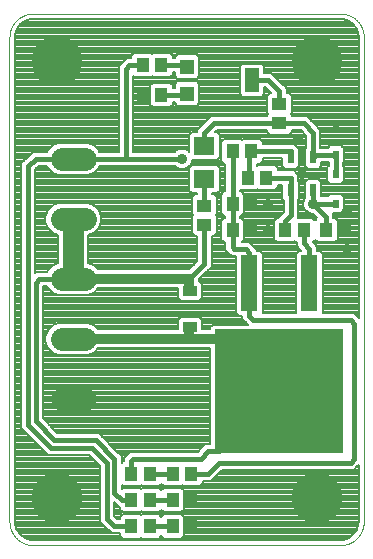
<source format=gtl>
G75*
%MOIN*%
%OFA0B0*%
%FSLAX25Y25*%
%IPPOS*%
%LPD*%
%AMOC8*
5,1,8,0,0,1.08239X$1,22.5*
%
%ADD10C,0.00394*%
%ADD11R,0.05118X0.04331*%
%ADD12R,0.04331X0.05118*%
%ADD13R,0.07087X0.06299*%
%ADD14C,0.07677*%
%ADD15R,0.05709X0.18504*%
%ADD16R,0.42913X0.41339*%
%ADD17R,0.02362X0.04331*%
%ADD18R,0.05118X0.05118*%
%ADD19R,0.05118X0.07874*%
%ADD20R,0.02362X0.03150*%
%ADD21R,0.04724X0.03543*%
%ADD22C,0.03200*%
%ADD23C,0.02400*%
%ADD24C,0.01600*%
%ADD25C,0.07000*%
%ADD26C,0.00787*%
%ADD27C,0.03562*%
%ADD28C,0.16992*%
D10*
X0033230Y0040429D02*
X0033230Y0201846D01*
X0033232Y0202036D01*
X0033239Y0202226D01*
X0033251Y0202416D01*
X0033267Y0202606D01*
X0033287Y0202795D01*
X0033313Y0202984D01*
X0033342Y0203172D01*
X0033377Y0203359D01*
X0033416Y0203545D01*
X0033459Y0203730D01*
X0033507Y0203915D01*
X0033559Y0204098D01*
X0033615Y0204279D01*
X0033676Y0204459D01*
X0033742Y0204638D01*
X0033811Y0204815D01*
X0033885Y0204991D01*
X0033963Y0205164D01*
X0034046Y0205336D01*
X0034132Y0205505D01*
X0034222Y0205673D01*
X0034317Y0205838D01*
X0034415Y0206001D01*
X0034518Y0206161D01*
X0034624Y0206319D01*
X0034734Y0206474D01*
X0034847Y0206627D01*
X0034965Y0206777D01*
X0035086Y0206923D01*
X0035210Y0207067D01*
X0035338Y0207208D01*
X0035469Y0207346D01*
X0035604Y0207481D01*
X0035742Y0207612D01*
X0035883Y0207740D01*
X0036027Y0207864D01*
X0036173Y0207985D01*
X0036323Y0208103D01*
X0036476Y0208216D01*
X0036631Y0208326D01*
X0036789Y0208432D01*
X0036949Y0208535D01*
X0037112Y0208633D01*
X0037277Y0208728D01*
X0037445Y0208818D01*
X0037614Y0208904D01*
X0037786Y0208987D01*
X0037959Y0209065D01*
X0038135Y0209139D01*
X0038312Y0209208D01*
X0038491Y0209274D01*
X0038671Y0209335D01*
X0038852Y0209391D01*
X0039035Y0209443D01*
X0039220Y0209491D01*
X0039405Y0209534D01*
X0039591Y0209573D01*
X0039778Y0209608D01*
X0039966Y0209637D01*
X0040155Y0209663D01*
X0040344Y0209683D01*
X0040534Y0209699D01*
X0040724Y0209711D01*
X0040914Y0209718D01*
X0041104Y0209720D01*
X0143466Y0209720D01*
X0143656Y0209718D01*
X0143846Y0209711D01*
X0144036Y0209699D01*
X0144226Y0209683D01*
X0144415Y0209663D01*
X0144604Y0209637D01*
X0144792Y0209608D01*
X0144979Y0209573D01*
X0145165Y0209534D01*
X0145350Y0209491D01*
X0145535Y0209443D01*
X0145718Y0209391D01*
X0145899Y0209335D01*
X0146079Y0209274D01*
X0146258Y0209208D01*
X0146435Y0209139D01*
X0146611Y0209065D01*
X0146784Y0208987D01*
X0146956Y0208904D01*
X0147125Y0208818D01*
X0147293Y0208728D01*
X0147458Y0208633D01*
X0147621Y0208535D01*
X0147781Y0208432D01*
X0147939Y0208326D01*
X0148094Y0208216D01*
X0148247Y0208103D01*
X0148397Y0207985D01*
X0148543Y0207864D01*
X0148687Y0207740D01*
X0148828Y0207612D01*
X0148966Y0207481D01*
X0149101Y0207346D01*
X0149232Y0207208D01*
X0149360Y0207067D01*
X0149484Y0206923D01*
X0149605Y0206777D01*
X0149723Y0206627D01*
X0149836Y0206474D01*
X0149946Y0206319D01*
X0150052Y0206161D01*
X0150155Y0206001D01*
X0150253Y0205838D01*
X0150348Y0205673D01*
X0150438Y0205505D01*
X0150524Y0205336D01*
X0150607Y0205164D01*
X0150685Y0204991D01*
X0150759Y0204815D01*
X0150828Y0204638D01*
X0150894Y0204459D01*
X0150955Y0204279D01*
X0151011Y0204098D01*
X0151063Y0203915D01*
X0151111Y0203730D01*
X0151154Y0203545D01*
X0151193Y0203359D01*
X0151228Y0203172D01*
X0151257Y0202984D01*
X0151283Y0202795D01*
X0151303Y0202606D01*
X0151319Y0202416D01*
X0151331Y0202226D01*
X0151338Y0202036D01*
X0151340Y0201846D01*
X0151340Y0040429D01*
X0151338Y0040239D01*
X0151331Y0040049D01*
X0151319Y0039859D01*
X0151303Y0039669D01*
X0151283Y0039480D01*
X0151257Y0039291D01*
X0151228Y0039103D01*
X0151193Y0038916D01*
X0151154Y0038730D01*
X0151111Y0038545D01*
X0151063Y0038360D01*
X0151011Y0038177D01*
X0150955Y0037996D01*
X0150894Y0037816D01*
X0150828Y0037637D01*
X0150759Y0037460D01*
X0150685Y0037284D01*
X0150607Y0037111D01*
X0150524Y0036939D01*
X0150438Y0036770D01*
X0150348Y0036602D01*
X0150253Y0036437D01*
X0150155Y0036274D01*
X0150052Y0036114D01*
X0149946Y0035956D01*
X0149836Y0035801D01*
X0149723Y0035648D01*
X0149605Y0035498D01*
X0149484Y0035352D01*
X0149360Y0035208D01*
X0149232Y0035067D01*
X0149101Y0034929D01*
X0148966Y0034794D01*
X0148828Y0034663D01*
X0148687Y0034535D01*
X0148543Y0034411D01*
X0148397Y0034290D01*
X0148247Y0034172D01*
X0148094Y0034059D01*
X0147939Y0033949D01*
X0147781Y0033843D01*
X0147621Y0033740D01*
X0147458Y0033642D01*
X0147293Y0033547D01*
X0147125Y0033457D01*
X0146956Y0033371D01*
X0146784Y0033288D01*
X0146611Y0033210D01*
X0146435Y0033136D01*
X0146258Y0033067D01*
X0146079Y0033001D01*
X0145899Y0032940D01*
X0145718Y0032884D01*
X0145535Y0032832D01*
X0145350Y0032784D01*
X0145165Y0032741D01*
X0144979Y0032702D01*
X0144792Y0032667D01*
X0144604Y0032638D01*
X0144415Y0032612D01*
X0144226Y0032592D01*
X0144036Y0032576D01*
X0143846Y0032564D01*
X0143656Y0032557D01*
X0143466Y0032555D01*
X0041104Y0032555D01*
X0040914Y0032557D01*
X0040724Y0032564D01*
X0040534Y0032576D01*
X0040344Y0032592D01*
X0040155Y0032612D01*
X0039966Y0032638D01*
X0039778Y0032667D01*
X0039591Y0032702D01*
X0039405Y0032741D01*
X0039220Y0032784D01*
X0039035Y0032832D01*
X0038852Y0032884D01*
X0038671Y0032940D01*
X0038491Y0033001D01*
X0038312Y0033067D01*
X0038135Y0033136D01*
X0037959Y0033210D01*
X0037786Y0033288D01*
X0037614Y0033371D01*
X0037445Y0033457D01*
X0037277Y0033547D01*
X0037112Y0033642D01*
X0036949Y0033740D01*
X0036789Y0033843D01*
X0036631Y0033949D01*
X0036476Y0034059D01*
X0036323Y0034172D01*
X0036173Y0034290D01*
X0036027Y0034411D01*
X0035883Y0034535D01*
X0035742Y0034663D01*
X0035604Y0034794D01*
X0035469Y0034929D01*
X0035338Y0035067D01*
X0035210Y0035208D01*
X0035086Y0035352D01*
X0034965Y0035498D01*
X0034847Y0035648D01*
X0034734Y0035801D01*
X0034624Y0035956D01*
X0034518Y0036114D01*
X0034415Y0036274D01*
X0034317Y0036437D01*
X0034222Y0036602D01*
X0034132Y0036770D01*
X0034046Y0036939D01*
X0033963Y0037111D01*
X0033885Y0037284D01*
X0033811Y0037460D01*
X0033742Y0037637D01*
X0033676Y0037816D01*
X0033615Y0037996D01*
X0033559Y0038177D01*
X0033507Y0038360D01*
X0033459Y0038545D01*
X0033416Y0038730D01*
X0033377Y0038916D01*
X0033342Y0039103D01*
X0033313Y0039291D01*
X0033287Y0039480D01*
X0033267Y0039669D01*
X0033251Y0039859D01*
X0033239Y0040049D01*
X0033232Y0040239D01*
X0033230Y0040429D01*
D11*
X0098230Y0139406D03*
X0098230Y0145705D03*
X0123230Y0173156D03*
X0123230Y0179455D03*
D12*
X0113880Y0163805D03*
X0107581Y0163805D03*
X0112581Y0155055D03*
X0118880Y0155055D03*
X0113880Y0146305D03*
X0107581Y0146305D03*
X0107581Y0137555D03*
X0113880Y0137555D03*
X0125081Y0137555D03*
X0131380Y0137555D03*
X0138831Y0137555D03*
X0145130Y0137555D03*
X0083880Y0182555D03*
X0077581Y0182555D03*
X0077581Y0192555D03*
X0083880Y0192555D03*
X0087581Y0056305D03*
X0093880Y0056305D03*
X0093880Y0047555D03*
X0087581Y0047555D03*
X0080130Y0047555D03*
X0073831Y0047555D03*
X0073831Y0038805D03*
X0080130Y0038805D03*
X0087581Y0038805D03*
X0093880Y0038805D03*
X0080130Y0056305D03*
X0073831Y0056305D03*
D13*
X0098230Y0154543D03*
X0098230Y0165567D03*
D14*
X0058319Y0161305D02*
X0050642Y0161305D01*
X0050642Y0141305D02*
X0058319Y0141305D01*
X0058319Y0121305D02*
X0050642Y0121305D01*
X0050642Y0101305D02*
X0058319Y0101305D01*
X0058319Y0081305D02*
X0050642Y0081305D01*
D15*
X0113230Y0119799D03*
X0133230Y0119799D03*
D16*
X0123230Y0083776D03*
D17*
X0126990Y0150793D03*
X0134470Y0150793D03*
X0134470Y0161817D03*
X0130730Y0161817D03*
X0126990Y0161817D03*
D18*
X0092403Y0183028D03*
X0092403Y0192083D03*
D19*
X0114057Y0187555D03*
D20*
X0141980Y0172476D03*
X0141980Y0162634D03*
X0141980Y0156226D03*
X0141980Y0146384D03*
D21*
X0093476Y0117201D03*
X0093476Y0105390D03*
D22*
X0093230Y0105144D02*
X0093230Y0101305D01*
X0105701Y0101305D01*
X0118215Y0088790D01*
X0123230Y0083776D01*
X0093230Y0101305D02*
X0074480Y0101305D01*
X0054480Y0101305D01*
X0054480Y0121305D02*
X0093230Y0121305D01*
X0093230Y0117447D01*
D23*
X0093476Y0117201D01*
X0093476Y0105390D02*
X0093230Y0105144D01*
D24*
X0093230Y0121305D02*
X0098230Y0126305D01*
X0098230Y0139406D01*
X0098230Y0145705D02*
X0098230Y0154543D01*
X0090730Y0161305D02*
X0071980Y0161305D01*
X0071980Y0191305D01*
X0073230Y0192555D01*
X0077581Y0192555D01*
X0083880Y0192555D02*
X0091931Y0192555D01*
X0092403Y0192083D01*
X0092403Y0183028D02*
X0091931Y0182555D01*
X0083880Y0182555D01*
X0098230Y0170055D02*
X0098230Y0165567D01*
X0098230Y0170055D02*
X0101331Y0173156D01*
X0123230Y0173156D01*
X0131380Y0173156D01*
X0134480Y0170055D01*
X0134480Y0161827D01*
X0134470Y0161817D01*
X0135287Y0162634D01*
X0141980Y0162634D01*
X0141980Y0156226D01*
X0134480Y0150783D02*
X0134480Y0146305D01*
X0138831Y0141955D01*
X0138831Y0137555D01*
X0133230Y0131305D02*
X0133230Y0119799D01*
X0133230Y0131305D02*
X0131380Y0133156D01*
X0131380Y0137555D01*
X0126980Y0142555D02*
X0126980Y0150783D01*
X0126990Y0150793D01*
X0126990Y0155055D01*
X0118880Y0155055D01*
X0113230Y0155055D02*
X0112581Y0155055D01*
X0113230Y0155055D02*
X0113230Y0163805D01*
X0113880Y0163805D01*
X0126980Y0163805D01*
X0126980Y0161827D01*
X0126990Y0161817D01*
X0134470Y0150793D02*
X0134480Y0150783D01*
X0134559Y0146384D02*
X0141980Y0146384D01*
X0134559Y0146384D02*
X0134480Y0146305D01*
X0126980Y0142555D02*
X0125081Y0140656D01*
X0125081Y0137555D01*
X0113230Y0130055D02*
X0113230Y0119799D01*
X0113230Y0108805D01*
X0114480Y0107555D01*
X0146980Y0107555D01*
X0148230Y0106305D01*
X0148230Y0061305D01*
X0146980Y0060055D01*
X0103230Y0060055D01*
X0099480Y0056305D01*
X0093880Y0056305D01*
X0096980Y0061305D02*
X0099480Y0063805D01*
X0103230Y0063805D01*
X0103230Y0073805D01*
X0118215Y0088790D01*
X0096980Y0061305D02*
X0074480Y0061305D01*
X0073831Y0060656D01*
X0073831Y0056305D01*
X0080130Y0056305D02*
X0087581Y0056305D01*
X0087581Y0047555D02*
X0080130Y0047555D01*
X0073831Y0047555D02*
X0070730Y0047555D01*
X0068230Y0050055D01*
X0068230Y0061305D01*
X0061980Y0067555D01*
X0048230Y0067555D01*
X0041980Y0073805D01*
X0041980Y0120055D01*
X0043230Y0121305D01*
X0054480Y0121305D01*
X0074480Y0101305D02*
X0073831Y0100656D01*
X0060730Y0065055D02*
X0046980Y0065055D01*
X0039480Y0072555D01*
X0039480Y0158805D01*
X0041980Y0161305D01*
X0054480Y0161305D01*
X0071980Y0161305D01*
X0107581Y0163805D02*
X0107581Y0146305D01*
X0107581Y0137555D01*
X0107581Y0131955D01*
X0108230Y0131305D01*
X0111980Y0131305D01*
X0113230Y0130055D01*
X0123230Y0179455D02*
X0123230Y0183805D01*
X0119480Y0187555D01*
X0114057Y0187555D01*
X0060730Y0065055D02*
X0065730Y0060055D01*
X0065730Y0041305D01*
X0068230Y0038805D01*
X0073831Y0038805D01*
X0080130Y0038805D02*
X0087581Y0038805D01*
D25*
X0054480Y0121305D02*
X0054480Y0141305D01*
D26*
X0049565Y0146719D02*
X0047575Y0145894D01*
X0046052Y0144372D01*
X0045228Y0142382D01*
X0045228Y0140228D01*
X0046052Y0138239D01*
X0047575Y0136716D01*
X0049405Y0135958D01*
X0049405Y0126652D01*
X0047575Y0125894D01*
X0046052Y0124372D01*
X0045766Y0123680D01*
X0042246Y0123680D01*
X0041855Y0123288D01*
X0041855Y0157821D01*
X0042964Y0158930D01*
X0045766Y0158930D01*
X0046052Y0158239D01*
X0047575Y0156716D01*
X0049565Y0155892D01*
X0059396Y0155892D01*
X0061385Y0156716D01*
X0062908Y0158239D01*
X0063194Y0158930D01*
X0088359Y0158930D01*
X0088829Y0158460D01*
X0090063Y0157949D01*
X0091398Y0157949D01*
X0092631Y0158460D01*
X0093575Y0159404D01*
X0094086Y0160638D01*
X0094086Y0160843D01*
X0102426Y0160843D01*
X0103348Y0161765D01*
X0103348Y0169369D01*
X0102426Y0170291D01*
X0101825Y0170291D01*
X0102314Y0170781D01*
X0119096Y0170781D01*
X0119096Y0170338D01*
X0120019Y0169415D01*
X0126442Y0169415D01*
X0127364Y0170338D01*
X0127364Y0170781D01*
X0130396Y0170781D01*
X0132105Y0169071D01*
X0132105Y0165026D01*
X0131714Y0164635D01*
X0131714Y0158999D01*
X0132637Y0158077D01*
X0136304Y0158077D01*
X0137226Y0158999D01*
X0137226Y0160259D01*
X0139372Y0160259D01*
X0139605Y0160026D01*
X0139605Y0158835D01*
X0139224Y0158453D01*
X0139224Y0153999D01*
X0140147Y0153077D01*
X0143814Y0153077D01*
X0144736Y0153999D01*
X0144736Y0158453D01*
X0144355Y0158835D01*
X0144355Y0160026D01*
X0144736Y0160407D01*
X0144736Y0164861D01*
X0143814Y0165783D01*
X0140147Y0165783D01*
X0139372Y0165009D01*
X0136855Y0165009D01*
X0136855Y0171039D01*
X0135464Y0172430D01*
X0132363Y0175530D01*
X0127364Y0175530D01*
X0127364Y0175973D01*
X0127032Y0176305D01*
X0127364Y0176637D01*
X0127364Y0182272D01*
X0126442Y0183195D01*
X0125605Y0183195D01*
X0125605Y0184789D01*
X0124214Y0186180D01*
X0120464Y0189930D01*
X0118191Y0189930D01*
X0118191Y0192144D01*
X0117268Y0193067D01*
X0110846Y0193067D01*
X0109923Y0192144D01*
X0109923Y0182966D01*
X0110846Y0182043D01*
X0117268Y0182043D01*
X0118191Y0182966D01*
X0118191Y0185180D01*
X0118496Y0185180D01*
X0120482Y0183195D01*
X0120019Y0183195D01*
X0119096Y0182272D01*
X0119096Y0176637D01*
X0119428Y0176305D01*
X0119096Y0175973D01*
X0119096Y0175530D01*
X0100347Y0175530D01*
X0098956Y0174139D01*
X0095855Y0171039D01*
X0095855Y0170291D01*
X0094035Y0170291D01*
X0093112Y0169369D01*
X0093112Y0163669D01*
X0092631Y0164150D01*
X0091398Y0164661D01*
X0090063Y0164661D01*
X0088829Y0164150D01*
X0088359Y0163680D01*
X0074355Y0163680D01*
X0074355Y0188829D01*
X0074763Y0188421D01*
X0080398Y0188421D01*
X0080730Y0188753D01*
X0081062Y0188421D01*
X0086697Y0188421D01*
X0087620Y0189344D01*
X0087620Y0190180D01*
X0088270Y0190180D01*
X0088270Y0188871D01*
X0089192Y0187949D01*
X0095615Y0187949D01*
X0096537Y0188871D01*
X0096537Y0195294D01*
X0095615Y0196217D01*
X0089192Y0196217D01*
X0088270Y0195294D01*
X0088270Y0194930D01*
X0087620Y0194930D01*
X0087620Y0195766D01*
X0086697Y0196689D01*
X0081062Y0196689D01*
X0080730Y0196357D01*
X0080398Y0196689D01*
X0074763Y0196689D01*
X0073840Y0195766D01*
X0073840Y0194930D01*
X0072246Y0194930D01*
X0070996Y0193680D01*
X0069605Y0192289D01*
X0069605Y0163680D01*
X0063194Y0163680D01*
X0062908Y0164372D01*
X0061385Y0165894D01*
X0059396Y0166719D01*
X0049565Y0166719D01*
X0047575Y0165894D01*
X0046052Y0164372D01*
X0045766Y0163680D01*
X0040996Y0163680D01*
X0039605Y0162289D01*
X0037105Y0159789D01*
X0037105Y0071571D01*
X0038496Y0070180D01*
X0045996Y0062680D01*
X0059746Y0062680D01*
X0063355Y0059071D01*
X0063355Y0040321D01*
X0064746Y0038930D01*
X0067246Y0036430D01*
X0070090Y0036430D01*
X0070090Y0035594D01*
X0071013Y0034671D01*
X0076648Y0034671D01*
X0076980Y0035003D01*
X0077312Y0034671D01*
X0082947Y0034671D01*
X0083855Y0035579D01*
X0084763Y0034671D01*
X0090398Y0034671D01*
X0091321Y0035594D01*
X0091321Y0042016D01*
X0090398Y0042939D01*
X0084763Y0042939D01*
X0083855Y0042031D01*
X0082947Y0042939D01*
X0077312Y0042939D01*
X0076980Y0042607D01*
X0076648Y0042939D01*
X0071013Y0042939D01*
X0070090Y0042016D01*
X0070090Y0041180D01*
X0069214Y0041180D01*
X0068105Y0042289D01*
X0068105Y0046822D01*
X0068355Y0046571D01*
X0069746Y0045180D01*
X0070090Y0045180D01*
X0070090Y0044344D01*
X0068105Y0044344D01*
X0068105Y0045130D02*
X0070090Y0045130D01*
X0070090Y0044344D02*
X0071013Y0043421D01*
X0076648Y0043421D01*
X0076980Y0043753D01*
X0077312Y0043421D01*
X0082947Y0043421D01*
X0083855Y0044329D01*
X0084763Y0043421D01*
X0090398Y0043421D01*
X0091321Y0044344D01*
X0149569Y0044344D01*
X0149569Y0045130D02*
X0091321Y0045130D01*
X0091321Y0045916D02*
X0149569Y0045916D01*
X0149569Y0046702D02*
X0091321Y0046702D01*
X0091321Y0047487D02*
X0149569Y0047487D01*
X0149569Y0048273D02*
X0091321Y0048273D01*
X0091321Y0049059D02*
X0149569Y0049059D01*
X0149569Y0049845D02*
X0091321Y0049845D01*
X0091321Y0050631D02*
X0149569Y0050631D01*
X0149569Y0051417D02*
X0090670Y0051417D01*
X0090398Y0051689D02*
X0084763Y0051689D01*
X0083855Y0050781D01*
X0082947Y0051689D01*
X0077312Y0051689D01*
X0076980Y0051357D01*
X0076648Y0051689D01*
X0071013Y0051689D01*
X0070605Y0051281D01*
X0070605Y0052579D01*
X0071013Y0052171D01*
X0076648Y0052171D01*
X0076980Y0052503D01*
X0077312Y0052171D01*
X0082947Y0052171D01*
X0083855Y0053079D01*
X0084763Y0052171D01*
X0090398Y0052171D01*
X0090730Y0052503D01*
X0091062Y0052171D01*
X0096697Y0052171D01*
X0097620Y0053094D01*
X0097620Y0053930D01*
X0100464Y0053930D01*
X0101855Y0055321D01*
X0101855Y0055321D01*
X0104214Y0057680D01*
X0147964Y0057680D01*
X0149214Y0058930D01*
X0149569Y0059285D01*
X0149569Y0040429D01*
X0149494Y0039475D01*
X0148904Y0037659D01*
X0147781Y0036114D01*
X0146237Y0034992D01*
X0144421Y0034402D01*
X0143466Y0034327D01*
X0041104Y0034327D01*
X0040150Y0034402D01*
X0038334Y0034992D01*
X0036789Y0036114D01*
X0035667Y0037659D01*
X0035077Y0039475D01*
X0035002Y0040429D01*
X0035002Y0201846D01*
X0035077Y0202801D01*
X0035667Y0204617D01*
X0036789Y0206161D01*
X0038334Y0207284D01*
X0040150Y0207874D01*
X0041104Y0207949D01*
X0143466Y0207949D01*
X0144421Y0207874D01*
X0146237Y0207284D01*
X0147781Y0206161D01*
X0148904Y0204617D01*
X0149494Y0202801D01*
X0149569Y0201846D01*
X0149569Y0108325D01*
X0149355Y0108539D01*
X0147964Y0109930D01*
X0137659Y0109930D01*
X0137659Y0129703D01*
X0136737Y0130626D01*
X0135605Y0130626D01*
X0135605Y0132289D01*
X0134335Y0133559D01*
X0135105Y0134329D01*
X0136013Y0133421D01*
X0141648Y0133421D01*
X0142571Y0134344D01*
X0142571Y0140766D01*
X0141648Y0141689D01*
X0141205Y0141689D01*
X0141205Y0142938D01*
X0140909Y0143234D01*
X0143814Y0143234D01*
X0144736Y0144157D01*
X0144736Y0148611D01*
X0143814Y0149533D01*
X0140147Y0149533D01*
X0139372Y0148759D01*
X0137226Y0148759D01*
X0137226Y0153611D01*
X0136304Y0154533D01*
X0132637Y0154533D01*
X0131714Y0153611D01*
X0131714Y0148285D01*
X0131635Y0148206D01*
X0131124Y0146973D01*
X0131124Y0145638D01*
X0131635Y0144404D01*
X0132579Y0143460D01*
X0133813Y0142949D01*
X0134478Y0142949D01*
X0135875Y0141551D01*
X0135105Y0140781D01*
X0134197Y0141689D01*
X0129355Y0141689D01*
X0129355Y0147585D01*
X0129746Y0147976D01*
X0129746Y0153611D01*
X0129365Y0153992D01*
X0129365Y0156039D01*
X0127974Y0157430D01*
X0122620Y0157430D01*
X0122620Y0158266D01*
X0121697Y0159189D01*
X0116062Y0159189D01*
X0115730Y0158857D01*
X0115605Y0158982D01*
X0115605Y0159671D01*
X0116697Y0159671D01*
X0117620Y0160594D01*
X0117620Y0161430D01*
X0124234Y0161430D01*
X0124234Y0158999D01*
X0125157Y0158077D01*
X0128823Y0158077D01*
X0129746Y0158999D01*
X0129746Y0164635D01*
X0128823Y0165557D01*
X0128587Y0165557D01*
X0127964Y0166180D01*
X0117620Y0166180D01*
X0117620Y0167016D01*
X0116697Y0167939D01*
X0111062Y0167939D01*
X0110730Y0167607D01*
X0110398Y0167939D01*
X0104763Y0167939D01*
X0103840Y0167016D01*
X0103840Y0160594D01*
X0104763Y0159671D01*
X0105206Y0159671D01*
X0105206Y0150439D01*
X0104763Y0150439D01*
X0103840Y0149516D01*
X0103840Y0143094D01*
X0104763Y0142171D01*
X0105206Y0142171D01*
X0105206Y0141689D01*
X0104763Y0141689D01*
X0103840Y0140766D01*
X0103840Y0134344D01*
X0104763Y0133421D01*
X0105206Y0133421D01*
X0105206Y0130971D01*
X0105855Y0130321D01*
X0107246Y0128930D01*
X0108801Y0128930D01*
X0108801Y0109895D01*
X0109724Y0108972D01*
X0110855Y0108972D01*
X0110855Y0107821D01*
X0112246Y0106430D01*
X0112657Y0106020D01*
X0101121Y0106020D01*
X0100199Y0105097D01*
X0100199Y0104480D01*
X0097413Y0104480D01*
X0097413Y0107814D01*
X0096491Y0108736D01*
X0090462Y0108736D01*
X0089539Y0107814D01*
X0089539Y0104480D01*
X0062800Y0104480D01*
X0061385Y0105894D01*
X0059396Y0106719D01*
X0049565Y0106719D01*
X0047575Y0105894D01*
X0046052Y0104372D01*
X0045228Y0102382D01*
X0045228Y0100228D01*
X0046052Y0098239D01*
X0047575Y0096716D01*
X0049565Y0095892D01*
X0059396Y0095892D01*
X0061385Y0096716D01*
X0062800Y0098130D01*
X0100199Y0098130D01*
X0100199Y0066180D01*
X0098496Y0066180D01*
X0097105Y0064789D01*
X0095996Y0063680D01*
X0073496Y0063680D01*
X0072105Y0062289D01*
X0071456Y0061639D01*
X0071456Y0060439D01*
X0071013Y0060439D01*
X0070605Y0060031D01*
X0070605Y0062289D01*
X0069214Y0063680D01*
X0062964Y0069930D01*
X0049214Y0069930D01*
X0044355Y0074789D01*
X0044355Y0118930D01*
X0045766Y0118930D01*
X0046052Y0118239D01*
X0047575Y0116716D01*
X0049565Y0115892D01*
X0059396Y0115892D01*
X0061385Y0116716D01*
X0062800Y0118130D01*
X0089539Y0118130D01*
X0089539Y0114777D01*
X0090462Y0113854D01*
X0096491Y0113854D01*
X0097413Y0114777D01*
X0097413Y0119625D01*
X0096491Y0120547D01*
X0096405Y0120547D01*
X0096405Y0121121D01*
X0099214Y0123930D01*
X0100605Y0125321D01*
X0100605Y0135665D01*
X0101442Y0135665D01*
X0102364Y0136588D01*
X0102364Y0142223D01*
X0102032Y0142555D01*
X0102364Y0142887D01*
X0102364Y0148522D01*
X0101442Y0149445D01*
X0100605Y0149445D01*
X0100605Y0149819D01*
X0102426Y0149819D01*
X0103348Y0150741D01*
X0103348Y0158345D01*
X0102426Y0159268D01*
X0094035Y0159268D01*
X0093112Y0158345D01*
X0093112Y0150741D01*
X0094035Y0149819D01*
X0095855Y0149819D01*
X0095855Y0149445D01*
X0095019Y0149445D01*
X0094096Y0148522D01*
X0094096Y0142887D01*
X0094428Y0142555D01*
X0094096Y0142223D01*
X0094096Y0136588D01*
X0095019Y0135665D01*
X0095855Y0135665D01*
X0095855Y0127289D01*
X0093046Y0124480D01*
X0062800Y0124480D01*
X0061385Y0125894D01*
X0059555Y0126652D01*
X0059555Y0135958D01*
X0061385Y0136716D01*
X0062908Y0138239D01*
X0063732Y0140228D01*
X0063732Y0142382D01*
X0062908Y0144372D01*
X0061385Y0145894D01*
X0059396Y0146719D01*
X0049565Y0146719D01*
X0049067Y0146513D02*
X0041855Y0146513D01*
X0041855Y0147298D02*
X0094096Y0147298D01*
X0094096Y0146513D02*
X0059893Y0146513D01*
X0061553Y0145727D02*
X0094096Y0145727D01*
X0094096Y0144941D02*
X0062339Y0144941D01*
X0062998Y0144155D02*
X0094096Y0144155D01*
X0094096Y0143369D02*
X0063323Y0143369D01*
X0063649Y0142583D02*
X0094400Y0142583D01*
X0094096Y0141797D02*
X0063732Y0141797D01*
X0063732Y0141011D02*
X0094096Y0141011D01*
X0094096Y0140225D02*
X0063731Y0140225D01*
X0063405Y0139439D02*
X0094096Y0139439D01*
X0094096Y0138653D02*
X0063080Y0138653D01*
X0062537Y0137867D02*
X0094096Y0137867D01*
X0094096Y0137082D02*
X0061751Y0137082D01*
X0060371Y0136296D02*
X0094389Y0136296D01*
X0095855Y0135510D02*
X0059555Y0135510D01*
X0059555Y0134724D02*
X0095855Y0134724D01*
X0095855Y0133938D02*
X0059555Y0133938D01*
X0059555Y0133152D02*
X0095855Y0133152D01*
X0095855Y0132366D02*
X0059555Y0132366D01*
X0059555Y0131580D02*
X0095855Y0131580D01*
X0095855Y0130794D02*
X0059555Y0130794D01*
X0059555Y0130008D02*
X0095855Y0130008D01*
X0095855Y0129222D02*
X0059555Y0129222D01*
X0059555Y0128437D02*
X0095855Y0128437D01*
X0095855Y0127651D02*
X0059555Y0127651D01*
X0059555Y0126865D02*
X0095431Y0126865D01*
X0094645Y0126079D02*
X0060940Y0126079D01*
X0061987Y0125293D02*
X0093859Y0125293D01*
X0093074Y0124507D02*
X0062773Y0124507D01*
X0062103Y0117434D02*
X0089539Y0117434D01*
X0089539Y0116648D02*
X0061221Y0116648D01*
X0060090Y0106431D02*
X0089539Y0106431D01*
X0089539Y0107217D02*
X0044355Y0107217D01*
X0044355Y0108003D02*
X0089728Y0108003D01*
X0089539Y0105645D02*
X0061635Y0105645D01*
X0062420Y0104859D02*
X0089539Y0104859D01*
X0097413Y0104859D02*
X0100199Y0104859D01*
X0100747Y0105645D02*
X0097413Y0105645D01*
X0097413Y0106431D02*
X0112246Y0106431D01*
X0111460Y0107217D02*
X0097413Y0107217D01*
X0097224Y0108003D02*
X0110855Y0108003D01*
X0110855Y0108789D02*
X0044355Y0108789D01*
X0044355Y0109575D02*
X0109121Y0109575D01*
X0108801Y0110361D02*
X0044355Y0110361D01*
X0044355Y0111146D02*
X0108801Y0111146D01*
X0108801Y0111932D02*
X0044355Y0111932D01*
X0044355Y0112718D02*
X0108801Y0112718D01*
X0108801Y0113504D02*
X0044355Y0113504D01*
X0044355Y0114290D02*
X0090026Y0114290D01*
X0089539Y0115076D02*
X0044355Y0115076D01*
X0044355Y0115862D02*
X0089539Y0115862D01*
X0096926Y0114290D02*
X0108801Y0114290D01*
X0108801Y0115076D02*
X0097413Y0115076D01*
X0097413Y0115862D02*
X0108801Y0115862D01*
X0108801Y0116648D02*
X0097413Y0116648D01*
X0097413Y0117434D02*
X0108801Y0117434D01*
X0108801Y0118220D02*
X0097413Y0118220D01*
X0097413Y0119006D02*
X0108801Y0119006D01*
X0108801Y0119791D02*
X0097247Y0119791D01*
X0096405Y0120577D02*
X0108801Y0120577D01*
X0108801Y0121363D02*
X0096647Y0121363D01*
X0097433Y0122149D02*
X0108801Y0122149D01*
X0108801Y0122935D02*
X0098219Y0122935D01*
X0099005Y0123721D02*
X0108801Y0123721D01*
X0108801Y0124507D02*
X0099790Y0124507D01*
X0100576Y0125293D02*
X0108801Y0125293D01*
X0108801Y0126079D02*
X0100605Y0126079D01*
X0100605Y0126865D02*
X0108801Y0126865D01*
X0108801Y0127651D02*
X0100605Y0127651D01*
X0100605Y0128437D02*
X0108801Y0128437D01*
X0106954Y0129222D02*
X0100605Y0129222D01*
X0100605Y0130008D02*
X0106168Y0130008D01*
X0105383Y0130794D02*
X0100605Y0130794D01*
X0100605Y0131580D02*
X0105206Y0131580D01*
X0105206Y0132366D02*
X0100605Y0132366D01*
X0100605Y0133152D02*
X0105206Y0133152D01*
X0104246Y0133938D02*
X0100605Y0133938D01*
X0100605Y0134724D02*
X0103840Y0134724D01*
X0103840Y0135510D02*
X0100605Y0135510D01*
X0102072Y0136296D02*
X0103840Y0136296D01*
X0103840Y0137082D02*
X0102364Y0137082D01*
X0102364Y0137867D02*
X0103840Y0137867D01*
X0103840Y0138653D02*
X0102364Y0138653D01*
X0102364Y0139439D02*
X0103840Y0139439D01*
X0103840Y0140225D02*
X0102364Y0140225D01*
X0102364Y0141011D02*
X0104085Y0141011D01*
X0105206Y0141797D02*
X0102364Y0141797D01*
X0102060Y0142583D02*
X0104351Y0142583D01*
X0103840Y0143369D02*
X0102364Y0143369D01*
X0102364Y0144155D02*
X0103840Y0144155D01*
X0103840Y0144941D02*
X0102364Y0144941D01*
X0102364Y0145727D02*
X0103840Y0145727D01*
X0103840Y0146513D02*
X0102364Y0146513D01*
X0102364Y0147298D02*
X0103840Y0147298D01*
X0103840Y0148084D02*
X0102364Y0148084D01*
X0102016Y0148870D02*
X0103840Y0148870D01*
X0103980Y0149656D02*
X0100605Y0149656D01*
X0103049Y0150442D02*
X0105206Y0150442D01*
X0105206Y0151228D02*
X0103348Y0151228D01*
X0103348Y0152014D02*
X0105206Y0152014D01*
X0105206Y0152800D02*
X0103348Y0152800D01*
X0103348Y0153586D02*
X0105206Y0153586D01*
X0105206Y0154372D02*
X0103348Y0154372D01*
X0103348Y0155158D02*
X0105206Y0155158D01*
X0105206Y0155943D02*
X0103348Y0155943D01*
X0103348Y0156729D02*
X0105206Y0156729D01*
X0105206Y0157515D02*
X0103348Y0157515D01*
X0103348Y0158301D02*
X0105206Y0158301D01*
X0105206Y0159087D02*
X0102606Y0159087D01*
X0103840Y0160659D02*
X0094086Y0160659D01*
X0093769Y0159873D02*
X0104561Y0159873D01*
X0103840Y0161445D02*
X0103028Y0161445D01*
X0103348Y0162231D02*
X0103840Y0162231D01*
X0103840Y0163017D02*
X0103348Y0163017D01*
X0103348Y0163803D02*
X0103840Y0163803D01*
X0103840Y0164588D02*
X0103348Y0164588D01*
X0103348Y0165374D02*
X0103840Y0165374D01*
X0103840Y0166160D02*
X0103348Y0166160D01*
X0103348Y0166946D02*
X0103840Y0166946D01*
X0103348Y0167732D02*
X0104556Y0167732D01*
X0103348Y0168518D02*
X0132105Y0168518D01*
X0132105Y0167732D02*
X0116904Y0167732D01*
X0117620Y0166946D02*
X0132105Y0166946D01*
X0132105Y0166160D02*
X0127983Y0166160D01*
X0129006Y0165374D02*
X0132105Y0165374D01*
X0131714Y0164588D02*
X0129746Y0164588D01*
X0129746Y0163803D02*
X0131714Y0163803D01*
X0131714Y0163017D02*
X0129746Y0163017D01*
X0129746Y0162231D02*
X0131714Y0162231D01*
X0131714Y0161445D02*
X0129746Y0161445D01*
X0129746Y0160659D02*
X0131714Y0160659D01*
X0131714Y0159873D02*
X0129746Y0159873D01*
X0129746Y0159087D02*
X0131714Y0159087D01*
X0132413Y0158301D02*
X0129048Y0158301D01*
X0128674Y0156729D02*
X0139224Y0156729D01*
X0139224Y0155943D02*
X0129365Y0155943D01*
X0129365Y0155158D02*
X0139224Y0155158D01*
X0139224Y0154372D02*
X0136466Y0154372D01*
X0137226Y0153586D02*
X0139638Y0153586D01*
X0137226Y0152800D02*
X0149569Y0152800D01*
X0149569Y0153586D02*
X0144323Y0153586D01*
X0144736Y0154372D02*
X0149569Y0154372D01*
X0149569Y0155158D02*
X0144736Y0155158D01*
X0144736Y0155943D02*
X0149569Y0155943D01*
X0149569Y0156729D02*
X0144736Y0156729D01*
X0144736Y0157515D02*
X0149569Y0157515D01*
X0149569Y0158301D02*
X0144736Y0158301D01*
X0144355Y0159087D02*
X0149569Y0159087D01*
X0149569Y0159873D02*
X0144355Y0159873D01*
X0144736Y0160659D02*
X0149569Y0160659D01*
X0149569Y0161445D02*
X0144736Y0161445D01*
X0144736Y0162231D02*
X0149569Y0162231D01*
X0149569Y0163017D02*
X0144736Y0163017D01*
X0144736Y0163803D02*
X0149569Y0163803D01*
X0149569Y0164588D02*
X0144736Y0164588D01*
X0144223Y0165374D02*
X0149569Y0165374D01*
X0149569Y0166160D02*
X0136855Y0166160D01*
X0136855Y0165374D02*
X0139738Y0165374D01*
X0136855Y0166946D02*
X0149569Y0166946D01*
X0149569Y0167732D02*
X0136855Y0167732D01*
X0136855Y0168518D02*
X0149569Y0168518D01*
X0149569Y0169304D02*
X0136855Y0169304D01*
X0136855Y0170090D02*
X0149569Y0170090D01*
X0149569Y0170876D02*
X0136855Y0170876D01*
X0136232Y0171662D02*
X0149569Y0171662D01*
X0149569Y0172448D02*
X0135446Y0172448D01*
X0134660Y0173234D02*
X0149569Y0173234D01*
X0149569Y0174019D02*
X0133874Y0174019D01*
X0133088Y0174805D02*
X0149569Y0174805D01*
X0149569Y0175591D02*
X0127364Y0175591D01*
X0127104Y0176377D02*
X0149569Y0176377D01*
X0149569Y0177163D02*
X0127364Y0177163D01*
X0127364Y0177949D02*
X0149569Y0177949D01*
X0149569Y0178735D02*
X0127364Y0178735D01*
X0127364Y0179521D02*
X0149569Y0179521D01*
X0149569Y0180307D02*
X0127364Y0180307D01*
X0127364Y0181093D02*
X0149569Y0181093D01*
X0149569Y0181879D02*
X0127364Y0181879D01*
X0126972Y0182664D02*
X0149569Y0182664D01*
X0149569Y0183450D02*
X0125605Y0183450D01*
X0125605Y0184236D02*
X0149569Y0184236D01*
X0149569Y0185022D02*
X0125372Y0185022D01*
X0124586Y0185808D02*
X0149569Y0185808D01*
X0149569Y0186594D02*
X0123800Y0186594D01*
X0123014Y0187380D02*
X0149569Y0187380D01*
X0149569Y0188166D02*
X0122228Y0188166D01*
X0121442Y0188952D02*
X0149569Y0188952D01*
X0149569Y0189738D02*
X0120656Y0189738D01*
X0118191Y0190524D02*
X0149569Y0190524D01*
X0149569Y0191310D02*
X0118191Y0191310D01*
X0118191Y0192095D02*
X0149569Y0192095D01*
X0149569Y0192881D02*
X0117454Y0192881D01*
X0110660Y0192881D02*
X0096537Y0192881D01*
X0096537Y0192095D02*
X0109923Y0192095D01*
X0109923Y0191310D02*
X0096537Y0191310D01*
X0096537Y0190524D02*
X0109923Y0190524D01*
X0109923Y0189738D02*
X0096537Y0189738D01*
X0096537Y0188952D02*
X0109923Y0188952D01*
X0109923Y0188166D02*
X0095832Y0188166D01*
X0095615Y0187161D02*
X0096537Y0186239D01*
X0096537Y0179816D01*
X0095615Y0178894D01*
X0089192Y0178894D01*
X0088270Y0179816D01*
X0088270Y0180180D01*
X0087620Y0180180D01*
X0087620Y0179344D01*
X0086697Y0178421D01*
X0081062Y0178421D01*
X0080140Y0179344D01*
X0080140Y0185766D01*
X0081062Y0186689D01*
X0086697Y0186689D01*
X0087620Y0185766D01*
X0087620Y0184930D01*
X0088270Y0184930D01*
X0088270Y0186239D01*
X0089192Y0187161D01*
X0095615Y0187161D01*
X0096182Y0186594D02*
X0109923Y0186594D01*
X0109923Y0185808D02*
X0096537Y0185808D01*
X0096537Y0185022D02*
X0109923Y0185022D01*
X0109923Y0184236D02*
X0096537Y0184236D01*
X0096537Y0183450D02*
X0109923Y0183450D01*
X0110224Y0182664D02*
X0096537Y0182664D01*
X0096537Y0181879D02*
X0119096Y0181879D01*
X0119096Y0181093D02*
X0096537Y0181093D01*
X0096537Y0180307D02*
X0119096Y0180307D01*
X0119096Y0179521D02*
X0096242Y0179521D01*
X0099622Y0174805D02*
X0074355Y0174805D01*
X0074355Y0174019D02*
X0098836Y0174019D01*
X0098050Y0173234D02*
X0074355Y0173234D01*
X0074355Y0172448D02*
X0097264Y0172448D01*
X0096478Y0171662D02*
X0074355Y0171662D01*
X0074355Y0170876D02*
X0095855Y0170876D01*
X0093833Y0170090D02*
X0074355Y0170090D01*
X0074355Y0169304D02*
X0093112Y0169304D01*
X0093112Y0168518D02*
X0074355Y0168518D01*
X0074355Y0167732D02*
X0093112Y0167732D01*
X0093112Y0166946D02*
X0074355Y0166946D01*
X0074355Y0166160D02*
X0093112Y0166160D01*
X0093112Y0165374D02*
X0074355Y0165374D01*
X0074355Y0164588D02*
X0089888Y0164588D01*
X0088482Y0163803D02*
X0074355Y0163803D01*
X0069605Y0163803D02*
X0063144Y0163803D01*
X0062691Y0164588D02*
X0069605Y0164588D01*
X0069605Y0165374D02*
X0061905Y0165374D01*
X0060743Y0166160D02*
X0069605Y0166160D01*
X0069605Y0166946D02*
X0035002Y0166946D01*
X0035002Y0166160D02*
X0048217Y0166160D01*
X0047055Y0165374D02*
X0035002Y0165374D01*
X0035002Y0164588D02*
X0046269Y0164588D01*
X0045817Y0163803D02*
X0035002Y0163803D01*
X0035002Y0163017D02*
X0040333Y0163017D01*
X0039547Y0162231D02*
X0035002Y0162231D01*
X0035002Y0161445D02*
X0038761Y0161445D01*
X0037976Y0160659D02*
X0035002Y0160659D01*
X0035002Y0159873D02*
X0037190Y0159873D01*
X0037105Y0159087D02*
X0035002Y0159087D01*
X0035002Y0158301D02*
X0037105Y0158301D01*
X0037105Y0157515D02*
X0035002Y0157515D01*
X0035002Y0156729D02*
X0037105Y0156729D01*
X0037105Y0155943D02*
X0035002Y0155943D01*
X0035002Y0155158D02*
X0037105Y0155158D01*
X0037105Y0154372D02*
X0035002Y0154372D01*
X0035002Y0153586D02*
X0037105Y0153586D01*
X0037105Y0152800D02*
X0035002Y0152800D01*
X0035002Y0152014D02*
X0037105Y0152014D01*
X0037105Y0151228D02*
X0035002Y0151228D01*
X0035002Y0150442D02*
X0037105Y0150442D01*
X0037105Y0149656D02*
X0035002Y0149656D01*
X0035002Y0148870D02*
X0037105Y0148870D01*
X0037105Y0148084D02*
X0035002Y0148084D01*
X0035002Y0147298D02*
X0037105Y0147298D01*
X0037105Y0146513D02*
X0035002Y0146513D01*
X0035002Y0145727D02*
X0037105Y0145727D01*
X0037105Y0144941D02*
X0035002Y0144941D01*
X0035002Y0144155D02*
X0037105Y0144155D01*
X0037105Y0143369D02*
X0035002Y0143369D01*
X0035002Y0142583D02*
X0037105Y0142583D01*
X0037105Y0141797D02*
X0035002Y0141797D01*
X0035002Y0141011D02*
X0037105Y0141011D01*
X0037105Y0140225D02*
X0035002Y0140225D01*
X0035002Y0139439D02*
X0037105Y0139439D01*
X0037105Y0138653D02*
X0035002Y0138653D01*
X0035002Y0137867D02*
X0037105Y0137867D01*
X0037105Y0137082D02*
X0035002Y0137082D01*
X0035002Y0136296D02*
X0037105Y0136296D01*
X0037105Y0135510D02*
X0035002Y0135510D01*
X0035002Y0134724D02*
X0037105Y0134724D01*
X0037105Y0133938D02*
X0035002Y0133938D01*
X0035002Y0133152D02*
X0037105Y0133152D01*
X0037105Y0132366D02*
X0035002Y0132366D01*
X0035002Y0131580D02*
X0037105Y0131580D01*
X0037105Y0130794D02*
X0035002Y0130794D01*
X0035002Y0130008D02*
X0037105Y0130008D01*
X0037105Y0129222D02*
X0035002Y0129222D01*
X0035002Y0128437D02*
X0037105Y0128437D01*
X0037105Y0127651D02*
X0035002Y0127651D01*
X0035002Y0126865D02*
X0037105Y0126865D01*
X0037105Y0126079D02*
X0035002Y0126079D01*
X0035002Y0125293D02*
X0037105Y0125293D01*
X0037105Y0124507D02*
X0035002Y0124507D01*
X0035002Y0123721D02*
X0037105Y0123721D01*
X0037105Y0122935D02*
X0035002Y0122935D01*
X0035002Y0122149D02*
X0037105Y0122149D01*
X0037105Y0121363D02*
X0035002Y0121363D01*
X0035002Y0120577D02*
X0037105Y0120577D01*
X0037105Y0119791D02*
X0035002Y0119791D01*
X0035002Y0119006D02*
X0037105Y0119006D01*
X0037105Y0118220D02*
X0035002Y0118220D01*
X0035002Y0117434D02*
X0037105Y0117434D01*
X0037105Y0116648D02*
X0035002Y0116648D01*
X0035002Y0115862D02*
X0037105Y0115862D01*
X0037105Y0115076D02*
X0035002Y0115076D01*
X0035002Y0114290D02*
X0037105Y0114290D01*
X0037105Y0113504D02*
X0035002Y0113504D01*
X0035002Y0112718D02*
X0037105Y0112718D01*
X0037105Y0111932D02*
X0035002Y0111932D01*
X0035002Y0111146D02*
X0037105Y0111146D01*
X0037105Y0110361D02*
X0035002Y0110361D01*
X0035002Y0109575D02*
X0037105Y0109575D01*
X0037105Y0108789D02*
X0035002Y0108789D01*
X0035002Y0108003D02*
X0037105Y0108003D01*
X0037105Y0107217D02*
X0035002Y0107217D01*
X0035002Y0106431D02*
X0037105Y0106431D01*
X0037105Y0105645D02*
X0035002Y0105645D01*
X0035002Y0104859D02*
X0037105Y0104859D01*
X0037105Y0104073D02*
X0035002Y0104073D01*
X0035002Y0103287D02*
X0037105Y0103287D01*
X0037105Y0102501D02*
X0035002Y0102501D01*
X0035002Y0101715D02*
X0037105Y0101715D01*
X0037105Y0100930D02*
X0035002Y0100930D01*
X0035002Y0100144D02*
X0037105Y0100144D01*
X0037105Y0099358D02*
X0035002Y0099358D01*
X0035002Y0098572D02*
X0037105Y0098572D01*
X0037105Y0097786D02*
X0035002Y0097786D01*
X0035002Y0097000D02*
X0037105Y0097000D01*
X0037105Y0096214D02*
X0035002Y0096214D01*
X0035002Y0095428D02*
X0037105Y0095428D01*
X0037105Y0094642D02*
X0035002Y0094642D01*
X0035002Y0093856D02*
X0037105Y0093856D01*
X0037105Y0093070D02*
X0035002Y0093070D01*
X0035002Y0092285D02*
X0037105Y0092285D01*
X0037105Y0091499D02*
X0035002Y0091499D01*
X0035002Y0090713D02*
X0037105Y0090713D01*
X0037105Y0089927D02*
X0035002Y0089927D01*
X0035002Y0089141D02*
X0037105Y0089141D01*
X0037105Y0088355D02*
X0035002Y0088355D01*
X0035002Y0087569D02*
X0037105Y0087569D01*
X0037105Y0086783D02*
X0035002Y0086783D01*
X0035002Y0085997D02*
X0037105Y0085997D01*
X0037105Y0085211D02*
X0035002Y0085211D01*
X0035002Y0084425D02*
X0037105Y0084425D01*
X0037105Y0083639D02*
X0035002Y0083639D01*
X0035002Y0082854D02*
X0037105Y0082854D01*
X0037105Y0082068D02*
X0035002Y0082068D01*
X0035002Y0081282D02*
X0037105Y0081282D01*
X0037105Y0080496D02*
X0035002Y0080496D01*
X0035002Y0079710D02*
X0037105Y0079710D01*
X0037105Y0078924D02*
X0035002Y0078924D01*
X0035002Y0078138D02*
X0037105Y0078138D01*
X0037105Y0077352D02*
X0035002Y0077352D01*
X0035002Y0076566D02*
X0037105Y0076566D01*
X0037105Y0075780D02*
X0035002Y0075780D01*
X0035002Y0074994D02*
X0037105Y0074994D01*
X0037105Y0074209D02*
X0035002Y0074209D01*
X0035002Y0073423D02*
X0037105Y0073423D01*
X0037105Y0072637D02*
X0035002Y0072637D01*
X0035002Y0071851D02*
X0037105Y0071851D01*
X0037612Y0071065D02*
X0035002Y0071065D01*
X0035002Y0070279D02*
X0038398Y0070279D01*
X0039184Y0069493D02*
X0035002Y0069493D01*
X0035002Y0068707D02*
X0039970Y0068707D01*
X0040756Y0067921D02*
X0035002Y0067921D01*
X0035002Y0067135D02*
X0041542Y0067135D01*
X0042327Y0066349D02*
X0035002Y0066349D01*
X0035002Y0065563D02*
X0043113Y0065563D01*
X0043899Y0064778D02*
X0035002Y0064778D01*
X0035002Y0063992D02*
X0044685Y0063992D01*
X0045471Y0063206D02*
X0035002Y0063206D01*
X0035002Y0062420D02*
X0060007Y0062420D01*
X0060793Y0061634D02*
X0035002Y0061634D01*
X0035002Y0060848D02*
X0061579Y0060848D01*
X0062365Y0060062D02*
X0035002Y0060062D01*
X0035002Y0059276D02*
X0063151Y0059276D01*
X0063355Y0058490D02*
X0035002Y0058490D01*
X0035002Y0057704D02*
X0063355Y0057704D01*
X0063355Y0056918D02*
X0035002Y0056918D01*
X0035002Y0056133D02*
X0063355Y0056133D01*
X0063355Y0055347D02*
X0035002Y0055347D01*
X0035002Y0054561D02*
X0063355Y0054561D01*
X0063355Y0053775D02*
X0035002Y0053775D01*
X0035002Y0052989D02*
X0063355Y0052989D01*
X0063355Y0052203D02*
X0035002Y0052203D01*
X0035002Y0051417D02*
X0063355Y0051417D01*
X0063355Y0050631D02*
X0035002Y0050631D01*
X0035002Y0049845D02*
X0063355Y0049845D01*
X0063355Y0049059D02*
X0035002Y0049059D01*
X0035002Y0048273D02*
X0063355Y0048273D01*
X0063355Y0047487D02*
X0035002Y0047487D01*
X0035002Y0046702D02*
X0063355Y0046702D01*
X0063355Y0045916D02*
X0035002Y0045916D01*
X0035002Y0045130D02*
X0063355Y0045130D01*
X0063355Y0044344D02*
X0035002Y0044344D01*
X0035002Y0043558D02*
X0063355Y0043558D01*
X0063355Y0042772D02*
X0035002Y0042772D01*
X0035002Y0041986D02*
X0063355Y0041986D01*
X0063355Y0041200D02*
X0035002Y0041200D01*
X0035003Y0040414D02*
X0063355Y0040414D01*
X0064048Y0039628D02*
X0035065Y0039628D01*
X0035282Y0038842D02*
X0064834Y0038842D01*
X0065620Y0038057D02*
X0035538Y0038057D01*
X0035949Y0037271D02*
X0066406Y0037271D01*
X0067192Y0036485D02*
X0036520Y0036485D01*
X0037361Y0035699D02*
X0070090Y0035699D01*
X0070771Y0034913D02*
X0038577Y0034913D01*
X0048865Y0070279D02*
X0100199Y0070279D01*
X0100199Y0071065D02*
X0048079Y0071065D01*
X0047293Y0071851D02*
X0100199Y0071851D01*
X0100199Y0072637D02*
X0046507Y0072637D01*
X0045721Y0073423D02*
X0100199Y0073423D01*
X0100199Y0074209D02*
X0044935Y0074209D01*
X0044355Y0074994D02*
X0100199Y0074994D01*
X0100199Y0075780D02*
X0044355Y0075780D01*
X0044355Y0076566D02*
X0100199Y0076566D01*
X0100199Y0077352D02*
X0044355Y0077352D01*
X0044355Y0078138D02*
X0100199Y0078138D01*
X0100199Y0078924D02*
X0044355Y0078924D01*
X0044355Y0079710D02*
X0100199Y0079710D01*
X0100199Y0080496D02*
X0044355Y0080496D01*
X0044355Y0081282D02*
X0100199Y0081282D01*
X0100199Y0082068D02*
X0044355Y0082068D01*
X0044355Y0082854D02*
X0100199Y0082854D01*
X0100199Y0083639D02*
X0044355Y0083639D01*
X0044355Y0084425D02*
X0100199Y0084425D01*
X0100199Y0085211D02*
X0044355Y0085211D01*
X0044355Y0085997D02*
X0100199Y0085997D01*
X0100199Y0086783D02*
X0044355Y0086783D01*
X0044355Y0087569D02*
X0100199Y0087569D01*
X0100199Y0088355D02*
X0044355Y0088355D01*
X0044355Y0089141D02*
X0100199Y0089141D01*
X0100199Y0089927D02*
X0044355Y0089927D01*
X0044355Y0090713D02*
X0100199Y0090713D01*
X0100199Y0091499D02*
X0044355Y0091499D01*
X0044355Y0092285D02*
X0100199Y0092285D01*
X0100199Y0093070D02*
X0044355Y0093070D01*
X0044355Y0093856D02*
X0100199Y0093856D01*
X0100199Y0094642D02*
X0044355Y0094642D01*
X0044355Y0095428D02*
X0100199Y0095428D01*
X0100199Y0096214D02*
X0060174Y0096214D01*
X0061669Y0097000D02*
X0100199Y0097000D01*
X0100199Y0097786D02*
X0062455Y0097786D01*
X0048787Y0096214D02*
X0044355Y0096214D01*
X0044355Y0097000D02*
X0047291Y0097000D01*
X0046505Y0097786D02*
X0044355Y0097786D01*
X0044355Y0098572D02*
X0045914Y0098572D01*
X0045589Y0099358D02*
X0044355Y0099358D01*
X0044355Y0100144D02*
X0045263Y0100144D01*
X0045228Y0100930D02*
X0044355Y0100930D01*
X0044355Y0101715D02*
X0045228Y0101715D01*
X0045278Y0102501D02*
X0044355Y0102501D01*
X0044355Y0103287D02*
X0045603Y0103287D01*
X0045929Y0104073D02*
X0044355Y0104073D01*
X0044355Y0104859D02*
X0046540Y0104859D01*
X0047326Y0105645D02*
X0044355Y0105645D01*
X0044355Y0106431D02*
X0048871Y0106431D01*
X0047739Y0116648D02*
X0044355Y0116648D01*
X0044355Y0117434D02*
X0046857Y0117434D01*
X0046071Y0118220D02*
X0044355Y0118220D01*
X0045783Y0123721D02*
X0041855Y0123721D01*
X0041855Y0124507D02*
X0046188Y0124507D01*
X0046974Y0125293D02*
X0041855Y0125293D01*
X0041855Y0126079D02*
X0048020Y0126079D01*
X0049405Y0126865D02*
X0041855Y0126865D01*
X0041855Y0127651D02*
X0049405Y0127651D01*
X0049405Y0128437D02*
X0041855Y0128437D01*
X0041855Y0129222D02*
X0049405Y0129222D01*
X0049405Y0130008D02*
X0041855Y0130008D01*
X0041855Y0130794D02*
X0049405Y0130794D01*
X0049405Y0131580D02*
X0041855Y0131580D01*
X0041855Y0132366D02*
X0049405Y0132366D01*
X0049405Y0133152D02*
X0041855Y0133152D01*
X0041855Y0133938D02*
X0049405Y0133938D01*
X0049405Y0134724D02*
X0041855Y0134724D01*
X0041855Y0135510D02*
X0049405Y0135510D01*
X0048590Y0136296D02*
X0041855Y0136296D01*
X0041855Y0137082D02*
X0047209Y0137082D01*
X0046424Y0137867D02*
X0041855Y0137867D01*
X0041855Y0138653D02*
X0045881Y0138653D01*
X0045555Y0139439D02*
X0041855Y0139439D01*
X0041855Y0140225D02*
X0045230Y0140225D01*
X0045228Y0141011D02*
X0041855Y0141011D01*
X0041855Y0141797D02*
X0045228Y0141797D01*
X0045311Y0142583D02*
X0041855Y0142583D01*
X0041855Y0143369D02*
X0045637Y0143369D01*
X0045963Y0144155D02*
X0041855Y0144155D01*
X0041855Y0144941D02*
X0046621Y0144941D01*
X0047407Y0145727D02*
X0041855Y0145727D01*
X0041855Y0148084D02*
X0094096Y0148084D01*
X0094444Y0148870D02*
X0041855Y0148870D01*
X0041855Y0149656D02*
X0095855Y0149656D01*
X0093411Y0150442D02*
X0041855Y0150442D01*
X0041855Y0151228D02*
X0093112Y0151228D01*
X0093112Y0152014D02*
X0041855Y0152014D01*
X0041855Y0152800D02*
X0093112Y0152800D01*
X0093112Y0153586D02*
X0041855Y0153586D01*
X0041855Y0154372D02*
X0093112Y0154372D01*
X0093112Y0155158D02*
X0041855Y0155158D01*
X0041855Y0155943D02*
X0049440Y0155943D01*
X0047562Y0156729D02*
X0041855Y0156729D01*
X0041855Y0157515D02*
X0046776Y0157515D01*
X0046026Y0158301D02*
X0042335Y0158301D01*
X0035002Y0167732D02*
X0069605Y0167732D01*
X0069605Y0168518D02*
X0035002Y0168518D01*
X0035002Y0169304D02*
X0069605Y0169304D01*
X0069605Y0170090D02*
X0035002Y0170090D01*
X0035002Y0170876D02*
X0069605Y0170876D01*
X0069605Y0171662D02*
X0035002Y0171662D01*
X0035002Y0172448D02*
X0069605Y0172448D01*
X0069605Y0173234D02*
X0035002Y0173234D01*
X0035002Y0174019D02*
X0069605Y0174019D01*
X0069605Y0174805D02*
X0035002Y0174805D01*
X0035002Y0175591D02*
X0069605Y0175591D01*
X0069605Y0176377D02*
X0035002Y0176377D01*
X0035002Y0177163D02*
X0069605Y0177163D01*
X0069605Y0177949D02*
X0035002Y0177949D01*
X0035002Y0178735D02*
X0069605Y0178735D01*
X0069605Y0179521D02*
X0035002Y0179521D01*
X0035002Y0180307D02*
X0069605Y0180307D01*
X0069605Y0181093D02*
X0035002Y0181093D01*
X0035002Y0181879D02*
X0069605Y0181879D01*
X0069605Y0182664D02*
X0035002Y0182664D01*
X0035002Y0183450D02*
X0069605Y0183450D01*
X0069605Y0184236D02*
X0035002Y0184236D01*
X0035002Y0185022D02*
X0069605Y0185022D01*
X0069605Y0185808D02*
X0035002Y0185808D01*
X0035002Y0186594D02*
X0069605Y0186594D01*
X0069605Y0187380D02*
X0035002Y0187380D01*
X0035002Y0188166D02*
X0069605Y0188166D01*
X0069605Y0188952D02*
X0035002Y0188952D01*
X0035002Y0189738D02*
X0069605Y0189738D01*
X0069605Y0190524D02*
X0035002Y0190524D01*
X0035002Y0191310D02*
X0069605Y0191310D01*
X0069605Y0192095D02*
X0035002Y0192095D01*
X0035002Y0192881D02*
X0070198Y0192881D01*
X0070984Y0193667D02*
X0035002Y0193667D01*
X0035002Y0194453D02*
X0071770Y0194453D01*
X0073840Y0195239D02*
X0035002Y0195239D01*
X0035002Y0196025D02*
X0074099Y0196025D01*
X0074355Y0188166D02*
X0088975Y0188166D01*
X0088270Y0188952D02*
X0087228Y0188952D01*
X0087620Y0189738D02*
X0088270Y0189738D01*
X0088625Y0186594D02*
X0086792Y0186594D01*
X0087578Y0185808D02*
X0088270Y0185808D01*
X0088270Y0185022D02*
X0087620Y0185022D01*
X0087620Y0179521D02*
X0088565Y0179521D01*
X0087011Y0178735D02*
X0119096Y0178735D01*
X0119096Y0177949D02*
X0074355Y0177949D01*
X0074355Y0177163D02*
X0119096Y0177163D01*
X0119356Y0176377D02*
X0074355Y0176377D01*
X0074355Y0175591D02*
X0119096Y0175591D01*
X0119344Y0170090D02*
X0102627Y0170090D01*
X0103348Y0169304D02*
X0131873Y0169304D01*
X0131087Y0170090D02*
X0127116Y0170090D01*
X0124234Y0160659D02*
X0117620Y0160659D01*
X0116899Y0159873D02*
X0124234Y0159873D01*
X0124234Y0159087D02*
X0121799Y0159087D01*
X0122585Y0158301D02*
X0124932Y0158301D01*
X0122620Y0157515D02*
X0139224Y0157515D01*
X0139224Y0158301D02*
X0136528Y0158301D01*
X0137226Y0159087D02*
X0139605Y0159087D01*
X0139605Y0159873D02*
X0137226Y0159873D01*
X0132475Y0154372D02*
X0129365Y0154372D01*
X0129746Y0153586D02*
X0131714Y0153586D01*
X0131714Y0152800D02*
X0129746Y0152800D01*
X0129746Y0152014D02*
X0131714Y0152014D01*
X0131714Y0151228D02*
X0129746Y0151228D01*
X0129746Y0150442D02*
X0131714Y0150442D01*
X0131714Y0149656D02*
X0129746Y0149656D01*
X0129746Y0148870D02*
X0131714Y0148870D01*
X0131585Y0148084D02*
X0129746Y0148084D01*
X0129355Y0147298D02*
X0131259Y0147298D01*
X0131124Y0146513D02*
X0129355Y0146513D01*
X0129355Y0145727D02*
X0131124Y0145727D01*
X0131413Y0144941D02*
X0129355Y0144941D01*
X0129355Y0144155D02*
X0131885Y0144155D01*
X0132800Y0143369D02*
X0129355Y0143369D01*
X0129355Y0142583D02*
X0134844Y0142583D01*
X0135630Y0141797D02*
X0129355Y0141797D01*
X0124605Y0143539D02*
X0122756Y0141689D01*
X0122263Y0141689D01*
X0121340Y0140766D01*
X0121340Y0134344D01*
X0122263Y0133421D01*
X0127898Y0133421D01*
X0128230Y0133753D01*
X0128562Y0133421D01*
X0129005Y0133421D01*
X0129005Y0132172D01*
X0130551Y0130626D01*
X0129724Y0130626D01*
X0128801Y0129703D01*
X0128801Y0109930D01*
X0117659Y0109930D01*
X0117659Y0129703D01*
X0116737Y0130626D01*
X0115605Y0130626D01*
X0115605Y0131039D01*
X0114355Y0132289D01*
X0112964Y0133680D01*
X0110657Y0133680D01*
X0111321Y0134344D01*
X0111321Y0140766D01*
X0110398Y0141689D01*
X0109955Y0141689D01*
X0109955Y0142171D01*
X0110398Y0142171D01*
X0111321Y0143094D01*
X0111321Y0149516D01*
X0110398Y0150439D01*
X0109955Y0150439D01*
X0109955Y0150921D01*
X0115398Y0150921D01*
X0115730Y0151253D01*
X0116062Y0150921D01*
X0121697Y0150921D01*
X0122620Y0151844D01*
X0122620Y0152680D01*
X0124234Y0152680D01*
X0124234Y0147976D01*
X0124605Y0147604D01*
X0124605Y0143539D01*
X0124435Y0143369D02*
X0111321Y0143369D01*
X0111321Y0144155D02*
X0124605Y0144155D01*
X0124605Y0144941D02*
X0111321Y0144941D01*
X0111321Y0145727D02*
X0124605Y0145727D01*
X0124605Y0146513D02*
X0111321Y0146513D01*
X0111321Y0147298D02*
X0124605Y0147298D01*
X0124234Y0148084D02*
X0111321Y0148084D01*
X0111321Y0148870D02*
X0124234Y0148870D01*
X0124234Y0149656D02*
X0111181Y0149656D01*
X0109955Y0150442D02*
X0124234Y0150442D01*
X0124234Y0151228D02*
X0122004Y0151228D01*
X0122620Y0152014D02*
X0124234Y0152014D01*
X0123650Y0142583D02*
X0110810Y0142583D01*
X0109955Y0141797D02*
X0122864Y0141797D01*
X0121585Y0141011D02*
X0111076Y0141011D01*
X0111321Y0140225D02*
X0121340Y0140225D01*
X0121340Y0139439D02*
X0111321Y0139439D01*
X0111321Y0138653D02*
X0121340Y0138653D01*
X0121340Y0137867D02*
X0111321Y0137867D01*
X0111321Y0137082D02*
X0121340Y0137082D01*
X0121340Y0136296D02*
X0111321Y0136296D01*
X0111321Y0135510D02*
X0121340Y0135510D01*
X0121340Y0134724D02*
X0111321Y0134724D01*
X0110915Y0133938D02*
X0121746Y0133938D01*
X0117354Y0130008D02*
X0129106Y0130008D01*
X0128801Y0129222D02*
X0117659Y0129222D01*
X0117659Y0128437D02*
X0128801Y0128437D01*
X0128801Y0127651D02*
X0117659Y0127651D01*
X0117659Y0126865D02*
X0128801Y0126865D01*
X0128801Y0126079D02*
X0117659Y0126079D01*
X0117659Y0125293D02*
X0128801Y0125293D01*
X0128801Y0124507D02*
X0117659Y0124507D01*
X0117659Y0123721D02*
X0128801Y0123721D01*
X0128801Y0122935D02*
X0117659Y0122935D01*
X0117659Y0122149D02*
X0128801Y0122149D01*
X0128801Y0121363D02*
X0117659Y0121363D01*
X0117659Y0120577D02*
X0128801Y0120577D01*
X0128801Y0119791D02*
X0117659Y0119791D01*
X0117659Y0119006D02*
X0128801Y0119006D01*
X0128801Y0118220D02*
X0117659Y0118220D01*
X0117659Y0117434D02*
X0128801Y0117434D01*
X0128801Y0116648D02*
X0117659Y0116648D01*
X0117659Y0115862D02*
X0128801Y0115862D01*
X0128801Y0115076D02*
X0117659Y0115076D01*
X0117659Y0114290D02*
X0128801Y0114290D01*
X0128801Y0113504D02*
X0117659Y0113504D01*
X0117659Y0112718D02*
X0128801Y0112718D01*
X0128801Y0111932D02*
X0117659Y0111932D01*
X0117659Y0111146D02*
X0128801Y0111146D01*
X0128801Y0110361D02*
X0117659Y0110361D01*
X0115605Y0130794D02*
X0130383Y0130794D01*
X0129597Y0131580D02*
X0115064Y0131580D01*
X0114278Y0132366D02*
X0129005Y0132366D01*
X0129005Y0133152D02*
X0113492Y0133152D01*
X0115705Y0151228D02*
X0115755Y0151228D01*
X0115605Y0159087D02*
X0115960Y0159087D01*
X0110855Y0167732D02*
X0110605Y0167732D01*
X0117889Y0182664D02*
X0119488Y0182664D01*
X0120226Y0183450D02*
X0118191Y0183450D01*
X0118191Y0184236D02*
X0119441Y0184236D01*
X0118655Y0185022D02*
X0118191Y0185022D01*
X0109923Y0187380D02*
X0074355Y0187380D01*
X0074355Y0186594D02*
X0080967Y0186594D01*
X0080181Y0185808D02*
X0074355Y0185808D01*
X0074355Y0185022D02*
X0080140Y0185022D01*
X0080140Y0184236D02*
X0074355Y0184236D01*
X0074355Y0183450D02*
X0080140Y0183450D01*
X0080140Y0182664D02*
X0074355Y0182664D01*
X0074355Y0181879D02*
X0080140Y0181879D01*
X0080140Y0181093D02*
X0074355Y0181093D01*
X0074355Y0180307D02*
X0080140Y0180307D01*
X0080140Y0179521D02*
X0074355Y0179521D01*
X0074355Y0178735D02*
X0080748Y0178735D01*
X0091573Y0164588D02*
X0093112Y0164588D01*
X0093112Y0163803D02*
X0092979Y0163803D01*
X0093258Y0159087D02*
X0093854Y0159087D01*
X0093112Y0158301D02*
X0092247Y0158301D01*
X0093112Y0157515D02*
X0062185Y0157515D01*
X0062934Y0158301D02*
X0089213Y0158301D01*
X0093112Y0156729D02*
X0061399Y0156729D01*
X0059520Y0155943D02*
X0093112Y0155943D01*
X0096537Y0193667D02*
X0149569Y0193667D01*
X0149569Y0194453D02*
X0096537Y0194453D01*
X0096537Y0195239D02*
X0149569Y0195239D01*
X0149569Y0196025D02*
X0095806Y0196025D01*
X0089001Y0196025D02*
X0087361Y0196025D01*
X0087620Y0195239D02*
X0088270Y0195239D01*
X0134875Y0141011D02*
X0135335Y0141011D01*
X0141205Y0141797D02*
X0149569Y0141797D01*
X0149569Y0141011D02*
X0142326Y0141011D01*
X0142571Y0140225D02*
X0149569Y0140225D01*
X0149569Y0139439D02*
X0142571Y0139439D01*
X0142571Y0138653D02*
X0149569Y0138653D01*
X0149569Y0137867D02*
X0142571Y0137867D01*
X0142571Y0137082D02*
X0149569Y0137082D01*
X0149569Y0136296D02*
X0142571Y0136296D01*
X0142571Y0135510D02*
X0149569Y0135510D01*
X0149569Y0134724D02*
X0142571Y0134724D01*
X0142165Y0133938D02*
X0149569Y0133938D01*
X0149569Y0133152D02*
X0134742Y0133152D01*
X0134714Y0133938D02*
X0135496Y0133938D01*
X0135528Y0132366D02*
X0149569Y0132366D01*
X0149569Y0131580D02*
X0135605Y0131580D01*
X0135605Y0130794D02*
X0149569Y0130794D01*
X0149569Y0130008D02*
X0137354Y0130008D01*
X0137659Y0129222D02*
X0149569Y0129222D01*
X0149569Y0128437D02*
X0137659Y0128437D01*
X0137659Y0127651D02*
X0149569Y0127651D01*
X0149569Y0126865D02*
X0137659Y0126865D01*
X0137659Y0126079D02*
X0149569Y0126079D01*
X0149569Y0125293D02*
X0137659Y0125293D01*
X0137659Y0124507D02*
X0149569Y0124507D01*
X0149569Y0123721D02*
X0137659Y0123721D01*
X0137659Y0122935D02*
X0149569Y0122935D01*
X0149569Y0122149D02*
X0137659Y0122149D01*
X0137659Y0121363D02*
X0149569Y0121363D01*
X0149569Y0120577D02*
X0137659Y0120577D01*
X0137659Y0119791D02*
X0149569Y0119791D01*
X0149569Y0119006D02*
X0137659Y0119006D01*
X0137659Y0118220D02*
X0149569Y0118220D01*
X0149569Y0117434D02*
X0137659Y0117434D01*
X0137659Y0116648D02*
X0149569Y0116648D01*
X0149569Y0115862D02*
X0137659Y0115862D01*
X0137659Y0115076D02*
X0149569Y0115076D01*
X0149569Y0114290D02*
X0137659Y0114290D01*
X0137659Y0113504D02*
X0149569Y0113504D01*
X0149569Y0112718D02*
X0137659Y0112718D01*
X0137659Y0111932D02*
X0149569Y0111932D01*
X0149569Y0111146D02*
X0137659Y0111146D01*
X0137659Y0110361D02*
X0149569Y0110361D01*
X0149569Y0109575D02*
X0148319Y0109575D01*
X0149105Y0108789D02*
X0149569Y0108789D01*
X0149569Y0142583D02*
X0141205Y0142583D01*
X0143948Y0143369D02*
X0149569Y0143369D01*
X0149569Y0144155D02*
X0144734Y0144155D01*
X0144736Y0144941D02*
X0149569Y0144941D01*
X0149569Y0145727D02*
X0144736Y0145727D01*
X0144736Y0146513D02*
X0149569Y0146513D01*
X0149569Y0147298D02*
X0144736Y0147298D01*
X0144736Y0148084D02*
X0149569Y0148084D01*
X0149569Y0148870D02*
X0144477Y0148870D01*
X0139484Y0148870D02*
X0137226Y0148870D01*
X0137226Y0149656D02*
X0149569Y0149656D01*
X0149569Y0150442D02*
X0137226Y0150442D01*
X0137226Y0151228D02*
X0149569Y0151228D01*
X0149569Y0152014D02*
X0137226Y0152014D01*
X0149569Y0196811D02*
X0035002Y0196811D01*
X0035002Y0197597D02*
X0149569Y0197597D01*
X0149569Y0198383D02*
X0035002Y0198383D01*
X0035002Y0199169D02*
X0149569Y0199169D01*
X0149569Y0199955D02*
X0035002Y0199955D01*
X0035002Y0200740D02*
X0149569Y0200740D01*
X0149569Y0201526D02*
X0035002Y0201526D01*
X0035038Y0202312D02*
X0149532Y0202312D01*
X0149397Y0203098D02*
X0035173Y0203098D01*
X0035429Y0203884D02*
X0149142Y0203884D01*
X0148865Y0204670D02*
X0035706Y0204670D01*
X0036277Y0205456D02*
X0148294Y0205456D01*
X0147671Y0206242D02*
X0036900Y0206242D01*
X0037982Y0207028D02*
X0146589Y0207028D01*
X0144606Y0207814D02*
X0039965Y0207814D01*
X0063401Y0069493D02*
X0100199Y0069493D01*
X0100199Y0068707D02*
X0064187Y0068707D01*
X0064973Y0067921D02*
X0100199Y0067921D01*
X0100199Y0067135D02*
X0065758Y0067135D01*
X0066544Y0066349D02*
X0100199Y0066349D01*
X0097880Y0065563D02*
X0067330Y0065563D01*
X0068116Y0064778D02*
X0097094Y0064778D01*
X0096308Y0063992D02*
X0068902Y0063992D01*
X0069688Y0063206D02*
X0073022Y0063206D01*
X0072236Y0062420D02*
X0070474Y0062420D01*
X0070605Y0061634D02*
X0071456Y0061634D01*
X0071456Y0060848D02*
X0070605Y0060848D01*
X0070605Y0060062D02*
X0070636Y0060062D01*
X0070605Y0052203D02*
X0070981Y0052203D01*
X0070741Y0051417D02*
X0070605Y0051417D01*
X0068225Y0046702D02*
X0068105Y0046702D01*
X0068105Y0045916D02*
X0069011Y0045916D01*
X0068105Y0043558D02*
X0070876Y0043558D01*
X0070846Y0042772D02*
X0068105Y0042772D01*
X0068408Y0041986D02*
X0070090Y0041986D01*
X0070090Y0041200D02*
X0069194Y0041200D01*
X0076815Y0042772D02*
X0077145Y0042772D01*
X0077175Y0043558D02*
X0076785Y0043558D01*
X0076890Y0034913D02*
X0077071Y0034913D01*
X0083189Y0034913D02*
X0084521Y0034913D01*
X0084596Y0042772D02*
X0083114Y0042772D01*
X0083084Y0043558D02*
X0084626Y0043558D01*
X0090535Y0043558D02*
X0149569Y0043558D01*
X0149569Y0042772D02*
X0090565Y0042772D01*
X0091321Y0041986D02*
X0149569Y0041986D01*
X0149569Y0041200D02*
X0091321Y0041200D01*
X0091321Y0040414D02*
X0149568Y0040414D01*
X0149506Y0039628D02*
X0091321Y0039628D01*
X0091321Y0038842D02*
X0149288Y0038842D01*
X0149033Y0038057D02*
X0091321Y0038057D01*
X0091321Y0037271D02*
X0148622Y0037271D01*
X0148051Y0036485D02*
X0091321Y0036485D01*
X0091321Y0035699D02*
X0147210Y0035699D01*
X0145994Y0034913D02*
X0090640Y0034913D01*
X0091321Y0044344D02*
X0091321Y0050766D01*
X0090398Y0051689D01*
X0090430Y0052203D02*
X0091030Y0052203D01*
X0096729Y0052203D02*
X0149569Y0052203D01*
X0149569Y0052989D02*
X0097515Y0052989D01*
X0097620Y0053775D02*
X0149569Y0053775D01*
X0149569Y0054561D02*
X0101094Y0054561D01*
X0101880Y0055347D02*
X0149569Y0055347D01*
X0149569Y0056133D02*
X0102666Y0056133D01*
X0103452Y0056918D02*
X0149569Y0056918D01*
X0149569Y0057704D02*
X0147988Y0057704D01*
X0148774Y0058490D02*
X0149569Y0058490D01*
X0149560Y0059276D02*
X0149569Y0059276D01*
X0084731Y0052203D02*
X0082979Y0052203D01*
X0083219Y0051417D02*
X0084491Y0051417D01*
X0083945Y0052989D02*
X0083765Y0052989D01*
X0077280Y0052203D02*
X0076680Y0052203D01*
X0076920Y0051417D02*
X0077040Y0051417D01*
D27*
X0119480Y0137555D03*
X0119480Y0146305D03*
X0130730Y0156305D03*
X0134480Y0146305D03*
X0145730Y0143805D03*
X0145730Y0131305D03*
X0129480Y0167555D03*
X0090730Y0161305D03*
D28*
X0048978Y0193972D03*
X0135592Y0193972D03*
X0135592Y0048303D03*
X0048978Y0048303D03*
M02*

</source>
